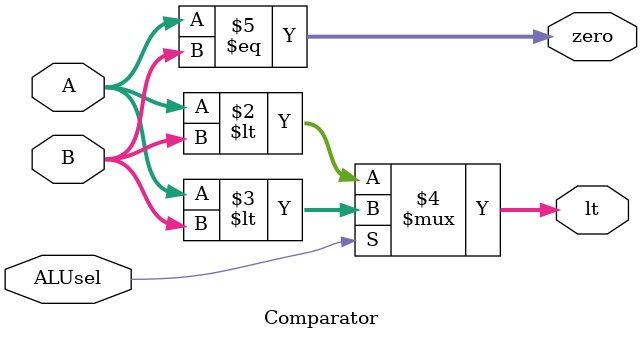
<source format=v>
module Comparator (
    input [31:0] A, B,
    input ALUsel,            // 0 for unsigned comparison, 1 for signed comparison
    output [31:0] lt, zero
);

    assign lt = (ALUsel == 1'b0) ? (A < B) :
                ($signed(A) < $signed(B));

    assign zero = (A == B);

endmodule

</source>
